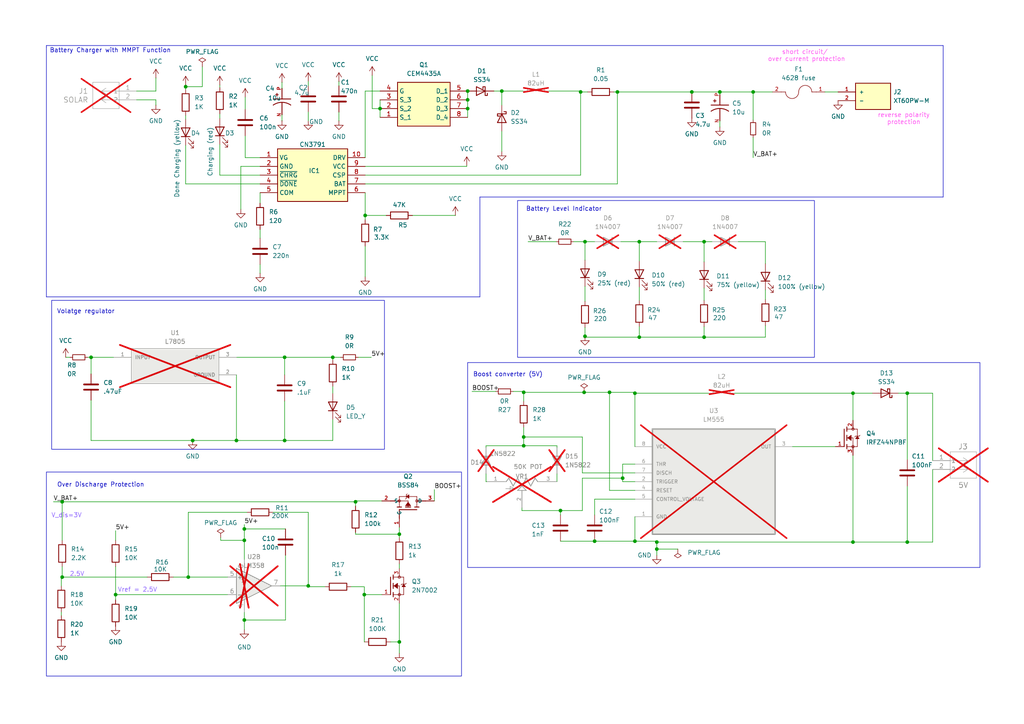
<source format=kicad_sch>
(kicad_sch (version 20231120) (generator "eeschema") (generator_version "8.0")
  (paper "A4")
  (title_block (title "Power Subsystem") (date "2024-05-12") (rev "V1.0") (company "University of Cape Town") (comment 1 "@Author Dylan Kuming"))
  (junction (at 103.124 145.542))
  (junction (at 168.402 26.67))
  (junction (at 247.396 114.046))
  (junction (at 82.55 103.632))
  (junction (at 70.866 153.416))
  (junction (at 135.636 31.496))
  (junction (at 135.636 26.416))
  (junction (at 68.58 127.762))
  (junction (at 185.42 97.79))
  (junction (at 185.42 70.104))
  (junction (at 53.848 25.146))
  (junction (at 115.824 154.94))
  (junction (at 135.636 28.956))
  (junction (at 105.918 62.484))
  (junction (at 263.144 157.226))
  (junction (at 184.15 114.046))
  (junction (at 179.07 26.67))
  (junction (at 82.55 127.762))
  (junction (at 110.236 31.496))
  (junction (at 169.672 70.104))
  (junction (at 180.594 138.684))
  (junction (at 169.418 113.792))
  (junction (at 115.824 186.182))
  (junction (at 105.664 172.466))
  (junction (at 162.56 148.082))
  (junction (at 263.144 114.046))
  (junction (at 151.892 113.792))
  (junction (at 145.542 26.416))
  (junction (at 208.788 26.67))
  (junction (at 89.408 169.926))
  (junction (at 55.88 127.762))
  (junction (at 169.672 97.536))
  (junction (at 18.034 167.386))
  (junction (at 18.034 145.542))
  (junction (at 218.44 26.67))
  (junction (at 247.396 157.226))
  (junction (at 96.52 103.632))
  (junction (at 151.892 129.286))
  (junction (at 204.216 70.104))
  (junction (at 176.784 113.792))
  (junction (at 190.5 157.226))
  (junction (at 70.866 179.832))
  (junction (at 70.866 156.718))
  (junction (at 184.15 156.972))
  (junction (at 190.5 159.258))
  (junction (at 26.416 103.632))
  (junction (at 151.892 126.746))
  (junction (at 54.61 167.386))
  (junction (at 200.66 26.67))
  (junction (at 172.466 156.972))
  (junction (at 204.216 97.79))
  (junction (at 33.528 172.466))
  (wire (pts (xy 185.42 70.104) (xy 190.5 70.104)))
  (wire (pts (xy 140.97 129.286) (xy 140.97 129.794)))
  (wire (pts (xy 53.848 25.146) (xy 53.848 25.908)))
  (wire (pts (xy 135.636 28.956) (xy 135.636 31.496)))
  (polyline (pts (xy 13.462 13.716) (xy 13.462 86.106)))
  (wire (pts (xy 105.918 62.484) (xy 105.918 63.754)))
  (wire (pts (xy 169.418 113.792) (xy 176.784 113.792)))
  (wire (pts (xy 178.054 26.67) (xy 179.07 26.67)))
  (wire (pts (xy 168.91 137.16) (xy 184.15 137.16)))
  (wire (pts (xy 185.42 97.79) (xy 204.216 97.79)))
  (wire (pts (xy 18.034 145.542) (xy 103.124 145.542)))
  (wire (pts (xy 185.42 70.104) (xy 185.42 75.692)))
  (wire (pts (xy 71.12 39.37) (xy 71.12 45.72)))
  (wire (pts (xy 204.216 70.104) (xy 206.502 70.104)))
  (wire (pts (xy 151.892 126.746) (xy 151.892 129.286)))
  (polyline (pts (xy 13.462 13.208) (xy 13.462 13.716)))
  (wire (pts (xy 18.034 167.386) (xy 42.672 167.386)))
  (wire (pts (xy 151.892 123.952) (xy 151.892 126.746)))
  (wire (pts (xy 263.144 114.046) (xy 263.144 133.35)))
  (wire (pts (xy 169.672 83.058) (xy 169.672 87.376)))
  (wire (pts (xy 18.034 156.718) (xy 18.034 145.542)))
  (wire (pts (xy 103.886 103.632) (xy 107.696 103.632)))
  (wire (pts (xy 161.544 129.286) (xy 161.544 129.794)))
  (wire (pts (xy 208.788 27.432) (xy 208.788 26.67)))
  (wire (pts (xy 26.416 116.078) (xy 26.416 127.762)))
  (wire (pts (xy 270.51 114.046) (xy 270.51 133.604)))
  (wire (pts (xy 169.672 70.104) (xy 169.672 75.438)))
  (wire (pts (xy 143.764 113.538) (xy 136.906 113.538)))
  (wire (pts (xy 69.85 48.26) (xy 75.438 48.26)))
  (wire (pts (xy 185.42 83.312) (xy 185.42 87.122)))
  (wire (pts (xy 247.396 157.226) (xy 263.144 157.226)))
  (wire (pts (xy 166.37 70.104) (xy 169.672 70.104)))
  (wire (pts (xy 105.918 50.8) (xy 168.402 50.8)))
  (wire (pts (xy 198.12 70.104) (xy 204.216 70.104)))
  (wire (pts (xy 82.55 127.762) (xy 96.52 127.762)))
  (polyline (pts (xy 13.462 86.106) (xy 139.192 86.106)))
  (wire (pts (xy 184.15 156.972) (xy 190.5 156.972)))
  (wire (pts (xy 185.42 97.79) (xy 169.672 97.79)))
  (wire (pts (xy 115.824 154.94) (xy 115.824 155.956)))
  (wire (pts (xy 71.12 31.75) (xy 71.12 28.194)))
  (wire (pts (xy 70.866 156.718) (xy 64.008 156.718)))
  (wire (pts (xy 110.236 28.956) (xy 110.236 31.496)))
  (wire (pts (xy 17.78 177.546) (xy 17.78 178.562)))
  (wire (pts (xy 45.212 22.606) (xy 45.212 26.416)))
  (wire (pts (xy 54.61 148.59) (xy 54.61 167.386)))
  (wire (pts (xy 172.466 156.972) (xy 162.56 156.972)))
  (wire (pts (xy 168.91 126.746) (xy 151.892 126.746)))
  (wire (pts (xy 75.438 58.928) (xy 75.438 55.88)))
  (wire (pts (xy 25.4 103.632) (xy 26.416 103.632)))
  (wire (pts (xy 162.56 148.082) (xy 162.56 149.352)))
  (wire (pts (xy 82.55 103.632) (xy 82.55 108.712)))
  (wire (pts (xy 168.402 26.416) (xy 168.402 26.67)))
  (wire (pts (xy 53.848 25.146) (xy 58.674 25.146)))
  (wire (pts (xy 70.866 177.546) (xy 70.866 179.832)))
  (wire (pts (xy 98.298 23.622) (xy 98.298 24.892)))
  (wire (pts (xy 17.78 167.386) (xy 18.034 167.386)))
  (wire (pts (xy 247.396 114.046) (xy 247.396 121.92)))
  (wire (pts (xy 153.162 70.104) (xy 161.29 70.104)))
  (wire (pts (xy 176.784 142.24) (xy 176.784 113.792)))
  (wire (pts (xy 33.528 153.924) (xy 33.528 156.718)))
  (wire (pts (xy 151.384 148.082) (xy 162.56 148.082)))
  (wire (pts (xy 105.918 48.26) (xy 135.382 48.26)))
  (wire (pts (xy 105.918 55.88) (xy 105.918 62.484)))
  (wire (pts (xy 229.87 129.54) (xy 242.316 129.54)))
  (wire (pts (xy 247.396 132.08) (xy 247.396 157.226)))
  (wire (pts (xy 39.624 28.956) (xy 45.212 28.956)))
  (wire (pts (xy 148.844 113.538) (xy 151.892 113.538)))
  (wire (pts (xy 55.88 127.762) (xy 26.416 127.762)))
  (wire (pts (xy 115.824 186.182) (xy 115.824 189.484)))
  (wire (pts (xy 98.298 32.512) (xy 98.298 35.052)))
  (wire (pts (xy 151.892 113.792) (xy 151.892 116.332)))
  (wire (pts (xy 169.418 113.792) (xy 151.892 113.792)))
  (wire (pts (xy 70.866 179.832) (xy 70.866 182.626)))
  (wire (pts (xy 135.636 31.496) (xy 135.636 34.036)))
  (wire (pts (xy 81.28 169.926) (xy 89.408 169.926)))
  (wire (pts (xy 33.528 172.466) (xy 66.04 172.466)))
  (wire (pts (xy 64.008 156.718) (xy 64.008 155.956)))
  (wire (pts (xy 218.44 26.67) (xy 224.028 26.67)))
  (wire (pts (xy 263.144 114.046) (xy 270.51 114.046)))
  (wire (pts (xy 55.88 127.762) (xy 68.58 127.762)))
  (wire (pts (xy 204.216 97.79) (xy 221.996 97.79)))
  (wire (pts (xy 179.07 26.67) (xy 200.66 26.67)))
  (wire (pts (xy 140.97 139.7) (xy 141.224 139.7)))
  (wire (pts (xy 70.866 153.416) (xy 82.804 153.416)))
  (wire (pts (xy 68.58 108.712) (xy 68.58 127.762)))
  (wire (pts (xy 115.824 175.006) (xy 115.824 186.182)))
  (wire (pts (xy 75.438 66.548) (xy 75.438 69.088)))
  (wire (pts (xy 169.672 94.996) (xy 169.672 97.536)))
  (polyline (pts (xy 273.558 57.15) (xy 273.558 13.208)))
  (wire (pts (xy 218.44 45.72) (xy 218.44 39.878)))
  (wire (pts (xy 179.07 26.67) (xy 179.07 53.34)))
  (wire (pts (xy 94.234 170.18) (xy 89.408 170.18)))
  (wire (pts (xy 180.594 134.62) (xy 184.15 134.62)))
  (wire (pts (xy 112.014 62.484) (xy 105.918 62.484)))
  (wire (pts (xy 172.466 156.972) (xy 184.15 156.972)))
  (wire (pts (xy 113.284 186.182) (xy 115.824 186.182)))
  (wire (pts (xy 270.51 136.144) (xy 270.51 157.226)))
  (wire (pts (xy 180.594 139.7) (xy 180.594 138.684)))
  (wire (pts (xy 145.542 38.1) (xy 145.542 43.942)))
  (wire (pts (xy 168.91 148.082) (xy 162.56 148.082)))
  (wire (pts (xy 79.248 148.59) (xy 89.408 148.59)))
  (wire (pts (xy 119.634 62.484) (xy 132.08 62.484)))
  (wire (pts (xy 184.15 139.7) (xy 180.594 139.7)))
  (polyline (pts (xy 139.192 86.106) (xy 139.192 57.15)))
  (wire (pts (xy 140.97 137.414) (xy 140.97 139.7)))
  (wire (pts (xy 75.438 53.34) (xy 53.848 53.34)))
  (wire (pts (xy 58.674 25.146) (xy 58.674 19.304)))
  (wire (pts (xy 53.848 42.164) (xy 53.848 53.34)))
  (wire (pts (xy 260.604 114.046) (xy 263.144 114.046)))
  (wire (pts (xy 145.542 26.416) (xy 151.638 26.416)))
  (wire (pts (xy 19.05 103.632) (xy 20.32 103.632)))
  (wire (pts (xy 159.258 26.416) (xy 168.402 26.416)))
  (wire (pts (xy 82.804 179.832) (xy 70.866 179.832)))
  (wire (pts (xy 68.58 127.762) (xy 82.55 127.762)))
  (wire (pts (xy 50.292 167.386) (xy 54.61 167.386)))
  (wire (pts (xy 190.5 157.226) (xy 190.5 156.972)))
  (wire (pts (xy 145.542 26.416) (xy 145.542 30.48)))
  (wire (pts (xy 89.408 148.59) (xy 89.408 169.926)))
  (wire (pts (xy 263.144 140.97) (xy 263.144 157.226)))
  (wire (pts (xy 82.55 116.332) (xy 82.55 127.762)))
  (wire (pts (xy 204.216 94.742) (xy 204.216 97.79)))
  (wire (pts (xy 53.848 24.638) (xy 53.848 25.146)))
  (wire (pts (xy 96.52 104.394) (xy 96.52 103.632)))
  (wire (pts (xy 214.122 70.104) (xy 221.996 70.104)))
  (wire (pts (xy 140.97 129.286) (xy 151.892 129.286)))
  (wire (pts (xy 151.892 113.538) (xy 151.892 113.792)))
  (wire (pts (xy 200.66 26.67) (xy 208.788 26.67)))
  (wire (pts (xy 110.744 172.466) (xy 105.664 172.466)))
  (wire (pts (xy 110.236 31.496) (xy 110.236 34.036)))
  (wire (pts (xy 68.58 103.632) (xy 82.55 103.632)))
  (wire (pts (xy 89.408 23.622) (xy 89.408 24.892)))
  (wire (pts (xy 184.15 144.78) (xy 172.466 144.78)))
  (wire (pts (xy 15.494 145.542) (xy 18.034 145.542)))
  (wire (pts (xy 184.15 114.046) (xy 205.486 114.046)))
  (wire (pts (xy 151.384 147.32) (xy 151.384 148.082)))
  (polyline (pts (xy 273.558 13.208) (xy 13.462 13.208)))
  (wire (pts (xy 184.15 113.792) (xy 184.15 114.046)))
  (wire (pts (xy 70.866 156.718) (xy 70.866 162.306)))
  (wire (pts (xy 169.672 97.536) (xy 169.672 97.79)))
  (wire (pts (xy 103.124 154.432) (xy 103.124 154.94)))
  (wire (pts (xy 103.124 145.542) (xy 103.124 146.812)))
  (wire (pts (xy 135.636 26.416) (xy 135.636 28.956)))
  (wire (pts (xy 105.918 26.416) (xy 110.236 26.416)))
  (wire (pts (xy 70.866 153.416) (xy 70.866 156.718)))
  (wire (pts (xy 168.91 138.684) (xy 168.91 148.082)))
  (wire (pts (xy 105.918 71.374) (xy 105.918 80.264)))
  (wire (pts (xy 89.408 32.512) (xy 89.408 35.052)))
  (polyline (pts (xy 139.192 57.15) (xy 273.558 57.15)))
  (wire (pts (xy 208.788 35.052) (xy 208.788 36.83)))
  (wire (pts (xy 184.15 114.046) (xy 184.15 129.54)))
  (wire (pts (xy 190.5 161.036) (xy 190.5 159.258)))
  (wire (pts (xy 103.124 154.94) (xy 115.824 154.94)))
  (wire (pts (xy 239.268 26.67) (xy 243.078 26.67)))
  (wire (pts (xy 96.52 112.014) (xy 96.52 114.046)))
  (wire (pts (xy 213.106 114.046) (xy 247.396 114.046)))
  (wire (pts (xy 204.216 70.104) (xy 204.216 75.946)))
  (wire (pts (xy 105.918 53.34) (xy 179.07 53.34)))
  (wire (pts (xy 221.996 84.074) (xy 221.996 86.868)))
  (wire (pts (xy 96.52 103.632) (xy 98.806 103.632)))
  (wire (pts (xy 218.44 34.798) (xy 218.44 26.67)))
  (wire (pts (xy 180.086 70.104) (xy 185.42 70.104)))
  (wire (pts (xy 103.124 145.288) (xy 103.124 145.542)))
  (wire (pts (xy 33.528 172.466) (xy 33.528 173.99)))
  (wire (pts (xy 33.528 164.338) (xy 33.528 172.466)))
  (wire (pts (xy 53.848 33.528) (xy 53.848 34.544)))
  (wire (pts (xy 96.52 121.666) (xy 96.52 127.762)))
  (wire (pts (xy 184.15 142.24) (xy 176.784 142.24)))
  (wire (pts (xy 71.12 45.72) (xy 75.438 45.72)))
  (wire (pts (xy 63.754 34.29) (xy 63.754 33.02)))
  (wire (pts (xy 190.5 159.258) (xy 196.596 159.258)))
  (wire (pts (xy 81.788 33.274) (xy 81.788 35.052)))
  (wire (pts (xy 247.396 114.046) (xy 252.984 114.046)))
  (wire (pts (xy 168.402 26.67) (xy 168.402 50.8)))
  (wire (pts (xy 115.824 152.908) (xy 115.824 154.94)))
  (wire (pts (xy 103.124 145.288) (xy 110.744 145.288)))
  (wire (pts (xy 107.95 31.496) (xy 110.236 31.496)))
  (wire (pts (xy 54.61 148.59) (xy 71.628 148.59)))
  (wire (pts (xy 105.918 45.72) (xy 105.918 26.416)))
  (wire (pts (xy 172.466 144.78) (xy 172.466 149.352)))
  (wire (pts (xy 143.256 26.416) (xy 145.542 26.416)))
  (wire (pts (xy 45.212 28.956) (xy 45.212 30.48)))
  (wire (pts (xy 63.754 50.8) (xy 63.754 41.91)))
  (wire (pts (xy 208.788 26.67) (xy 218.44 26.67)))
  (wire (pts (xy 63.754 24.638) (xy 63.754 25.4)))
  (wire (pts (xy 26.416 108.458) (xy 26.416 103.632)))
  (wire (pts (xy 221.996 94.488) (xy 221.996 97.79)))
  (wire (pts (xy 115.824 163.576) (xy 115.824 164.846)))
  (wire (pts (xy 81.788 23.876) (xy 81.788 25.654)))
  (wire (pts (xy 125.984 141.986) (xy 125.984 145.288)))
  (wire (pts (xy 190.5 159.258) (xy 190.5 157.226)))
  (wire (pts (xy 26.416 103.632) (xy 33.02 103.632)))
  (wire (pts (xy 168.402 26.67) (xy 170.434 26.67)))
  (wire (pts (xy 70.866 152.146) (xy 70.866 153.416)))
  (wire (pts (xy 18.034 164.338) (xy 18.034 167.386)))
  (wire (pts (xy 161.544 137.414) (xy 161.544 139.7)))
  (wire (pts (xy 105.664 172.466) (xy 105.664 186.182)))
  (wire (pts (xy 107.95 21.844) (xy 107.95 31.496)))
  (wire (pts (xy 54.61 167.386) (xy 66.04 167.386)))
  (wire (pts (xy 180.594 138.684) (xy 180.594 134.62)))
  (wire (pts (xy 82.55 103.632) (xy 96.52 103.632)))
  (wire (pts (xy 82.804 161.036) (xy 82.804 179.832)))
  (wire (pts (xy 185.42 94.742) (xy 185.42 97.79)))
  (wire (pts (xy 89.408 169.926) (xy 89.408 170.18)))
  (wire (pts (xy 105.664 170.18) (xy 105.664 172.466)))
  (wire (pts (xy 263.144 157.226) (xy 270.51 157.226)))
  (wire (pts (xy 184.15 149.86) (xy 184.15 156.972)))
  (wire (pts (xy 168.91 137.16) (xy 168.91 126.746)))
  (wire (pts (xy 101.854 170.18) (xy 105.664 170.18)))
  (wire (pts (xy 135.382 48.26) (xy 135.382 48.006)))
  (wire (pts (xy 168.91 138.684) (xy 180.594 138.684)))
  (wire (pts (xy 176.784 113.792) (xy 184.15 113.792)))
  (wire (pts (xy 190.5 157.226) (xy 247.396 157.226)))
  (wire (pts (xy 221.996 70.104) (xy 221.996 76.454)))
  (wire (pts (xy 204.216 83.566) (xy 204.216 87.122)))
  (wire (pts (xy 151.892 129.286) (xy 161.544 129.286)))
  (wire (pts (xy 17.78 167.386) (xy 17.78 169.926)))
  (wire (pts (xy 169.672 70.104) (xy 172.466 70.104)))
  (wire (pts (xy 39.624 26.416) (xy 45.212 26.416)))
  (wire (pts (xy 63.754 50.8) (xy 75.438 50.8)))
  (wire (pts (xy 75.438 76.708) (xy 75.438 79.248)))
  (wire (pts (xy 69.85 60.706) (xy 69.85 48.26)))
  (rectangle (start 14.986 87.122) (end 111.506 130.302))
  (rectangle (start 13.462 136.906) (end 133.858 196.088))
  (rectangle (start 150.114 58.166) (end 236.22 103.632))
  (rectangle (start 135.636 105.156) (end 284.226 164.592))
  (text "Over Discharge Protection\n" (at 29.21 140.716 0) (effects (font (size 1.27 1.27))))
  (text "Vref = 2.5V\n\n" (at 39.878 172.212 0) (effects (font (size 1.27 1.27))))
  (text "short circuit/ \nover current protection" (at 233.934 16.256 0) (effects (font (size 1.27 1.27))))
  (text "Boost converter (5V)\n" (at 147.32 108.712 0) (effects (font (size 1.27 1.27))))
  (text "V_dis=3V" (at 19.304 149.606 0) (effects (font (size 1.27 1.27))))
  (text "reverse polarity\nprotection" (at 262.128 34.544 0) (effects (font (size 1.27 1.27))))
  (text "Battery Level Indicator\n" (at 163.576 60.706 0) (effects (font (size 1.27 1.27))))
  (text "Volatge regulator\n" (at 24.892 90.424 0) (effects (font (size 1.27 1.27))))
  (text "2.5V\n" (at 22.352 166.624 0) (effects (font (size 1.27 1.27))))
  (text "Battery Charger with MMPT Function" (at 32.004 14.732 0) (effects (font (size 1.27 1.27))))
  (label "5V+" (at 107.696 103.632 0))
  (label "BOOST+" (at 136.906 113.538 0))
  (label "5V+" (at 33.528 153.924 0))
  (label "5V+" (at 70.866 152.146 0))
  (label "V_BAT+" (at 153.162 70.104 0))
  (label "BOOST+" (at 125.984 141.986 0))
  (label "V_BAT+" (at 218.44 45.72 0))
  (label "V_BAT+" (at 15.494 145.542 0))
  (symbol (lib_id "Device:L") (at 155.448 26.416 90) (unit 1) (dnp yes)
    (property "Reference" "L1" (at 155.448 21.59 90))
    (property "Value" "82uH" (at 155.448 24.13 90))
    (property "Footprint" "Resistor_THT:R_Axial_Power_L20.0mm_W6.4mm_P5.08mm_Vertical" (effects (hide yes)))
    (property "Description" "Inductor" (effects (hide yes)))
  )
  (symbol (lib_id "Diode:1N4001") (at 210.312 70.104 180) (unit 1) (dnp yes)
    (property "Reference" "D8" (at 210.312 63.246 0))
    (property "Value" "1N4007" (at 210.312 65.786 0))
    (property "Footprint" "Diode_THT:D_DO-41_SOD81_P10.16mm_Horizontal" (effects (hide yes)))
    (property "Datasheet" "http://www.vishay.com/docs/88503/1n4001.pdf" (effects (hide yes)))
    (property "Description" "50V 1A General Purpose Rectifier Diode, DO-41" (effects (hide yes)))
    (property "Sim.Device" "D" (effects (hide yes)))
    (property "Sim.Pins" "1=K 2=A" (effects (hide yes)))
  )
  (symbol (lib_id "Device:R_Small") (at 146.304 113.538 90) (mirror x) (unit 1)
    (property "Reference" "R27" (at 146.304 118.872 90))
    (property "Value" "0R" (at 146.304 116.332 90))
    (property "Footprint" "Resistor_SMD:R_0805_2012Metric" (effects (hide yes)))
    (property "Datasheet" "https://wmsc.lcsc.com/wmsc/upload/file/pdf/v2/lcsc/2304140030_YAGEO-RC0805JR-070RL_C96345.pdf" (effects (hide yes)))
    (property "Description" "Resistor, small symbol" (effects (hide yes)))
  )
  (symbol (lib_id "Device:R") (at 46.482 167.386 270) (unit 1)
    (property "Reference" "R16" (at 46.99 163.068 90))
    (property "Value" "10K" (at 46.482 165.1 90))
    (property "Footprint" "Resistor_SMD:R_0805_2012Metric" (effects (hide yes)))
    (property "Description" "Resistor" (effects (hide yes)))
  )
  (symbol (lib_id "Device:LED") (at 53.848 38.354 90) (unit 1)
    (property "Reference" "D4" (at 55.372 38.608 90) (effects (justify right)))
    (property "Value" "Done Charging (yellow)" (at 51.308 34.544 0) (effects (justify right)))
    (property "Footprint" "LED_SMD:LED_0603_1608Metric" (effects (hide yes)))
    (property "Datasheet" "https://wmsc.lcsc.com/wmsc/upload/file/pdf/v2/lcsc/2306200923_Wurth-Elektronik-150060VS75000_C6848499.pdf" (effects (hide yes)))
    (property "Description" "Light emitting diode" (effects (hide yes)))
  )
  (symbol (lib_id "power:PWR_FLAG") (at 64.008 155.956 0) (unit 1)
    (property "Reference" "#FLG04" (effects (hide yes)))
    (property "Value" "PWR_FLAG" (at 64.008 151.638 0))
    (property "Description" "Special symbol for telling ERC where power comes from" (effects (hide yes)))
  )
  (symbol (lib_id "Diode:SS34") (at 256.794 114.046 180) (unit 1)
    (property "Reference" "D13" (at 257.1115 108.204 0))
    (property "Value" "SS34" (at 257.1115 110.744 0))
    (property "Footprint" "Diode_SMD:D_SMA" (effects (hide yes)))
    (property "Datasheet" "https://www.vishay.com/docs/88751/ss32.pdf" (effects (hide yes)))
    (property "Description" "40V 3A Schottky Diode, SMA" (effects (hide yes)))
  )
  (symbol (lib_id "power:GND") (at 33.528 181.61 0) (unit 1)
    (property "Reference" "#PWR023" (effects (hide yes)))
    (property "Value" "GND" (at 33.528 186.182 0))
    (property "Description" "Power symbol creates a global label with name \"GND\" , ground" (effects (hide yes)))
  )
  (symbol (lib_id "Device:R") (at 17.78 173.736 0) (unit 1)
    (property "Reference" "R18" (at 20.32 172.4659 0) (effects (justify left)))
    (property "Value" "10K" (at 20.32 175.0059 0) (effects (justify left)))
    (property "Footprint" "Resistor_SMD:R_0805_2012Metric" (effects (hide yes)))
    (property "Description" "Resistor" (effects (hide yes)))
  )
  (symbol (lib_id "Diode:1N4001") (at 140.97 133.604 270) (unit 1) (dnp yes)
    (property "Reference" "D14" (at 136.398 134.112 90) (effects (justify left)))
    (property "Value" "1N5822" (at 141.986 131.572 90) (effects (justify left)))
    (property "Footprint" "Diode_THT:D_DO-41_SOD81_P10.16mm_Horizontal" (effects (hide yes)))
    (property "Datasheet" "http://www.vishay.com/docs/88503/1n4001.pdf" (effects (hide yes)))
    (property "Description" "50V 1A General Purpose Rectifier Diode, DO-41" (effects (hide yes)))
    (property "Sim.Device" "D" (effects (hide yes)))
    (property "Sim.Pins" "1=K 2=A" (effects (hide yes)))
  )
  (symbol (lib_id "power:GND") (at 200.66 34.29 0) (unit 1)
    (property "Reference" "#PWR010" (effects (hide yes)))
    (property "Value" "GND" (at 200.66 38.862 0))
    (property "Description" "Power symbol creates a global label with name \"GND\" , ground" (effects (hide yes)))
  )
  (symbol (lib_id "Device:R") (at 115.824 159.766 0) (unit 1)
    (property "Reference" "R13" (at 118.364 158.4959 0) (effects (justify left)))
    (property "Value" "1k" (at 118.364 161.0359 0) (effects (justify left)))
    (property "Footprint" "Resistor_SMD:R_0805_2012Metric" (effects (hide yes)))
    (property "Description" "Resistor" (effects (hide yes)))
  )
  (symbol (lib_id "power:GND") (at 105.918 80.264 0) (unit 1)
    (property "Reference" "#PWR020" (effects (hide yes)))
    (property "Value" "GND" (at 105.918 84.836 0))
    (property "Description" "Power symbol creates a global label with name \"GND\" , ground" (effects (hide yes)))
  )
  (symbol (lib_id "power:GND") (at 169.672 97.536 0) (unit 1)
    (property "Reference" "#PWR027" (effects (hide yes)))
    (property "Value" "GND" (at 169.672 102.108 0))
    (property "Description" "Power symbol creates a global label with name \"GND\" , ground" (effects (hide yes)))
  )
  (symbol (lib_id "Device:R") (at 75.438 62.738 0) (unit 1)
    (property "Reference" "R6" (at 77.978 61.4679 0) (effects (justify left)))
    (property "Value" "120" (at 77.978 64.0079 0) (effects (justify left)))
    (property "Footprint" "Resistor_SMD:R_0805_2012Metric" (effects (hide yes)))
    (property "Description" "Resistor" (effects (hide yes)))
  )
  (symbol (lib_id "XT60PW-M:XT60PW-M") (at 253.238 29.21 0) (unit 1)
    (property "Reference" "J2" (at 259.08 26.6699 0) (effects (justify left)))
    (property "Value" "XT60PW-M" (at 259.08 29.2099 0) (effects (justify left)))
    (property "Footprint" "XT60PW-M:AMASS_XT60PW-M" (effects (hide yes)))
    (property "MF" "AMASS" (effects (hide yes)))
    (property "MAXIMUM_PACKAGE_HEIGHT" "8.4 mm" (effects (hide yes)))
    (property "Package" "Package" (effects (hide yes)))
    (property "Price" "None" (effects (hide yes)))
    (property "Check_prices" "https://www.snapeda.com/parts/XT60PW-M/AMASS/view-part/?ref=eda" (effects (hide yes)))
    (property "STANDARD" "Manufacturer recommendations" (effects (hide yes)))
    (property "PARTREV" "V1.2" (effects (hide yes)))
    (property "SnapEDA_Link" "https://www.snapeda.com/parts/XT60PW-M/AMASS/view-part/?ref=snap" (effects (hide yes)))
    (property "MP" "XT60PW-M" (effects (hide yes)))
    (property "Description_1" "\nSocket, DC supply, male, PIN: 2\n" (effects (hide yes)))
    (property "Availability" "Not in stock" (effects (hide yes)))
    (property "MANUFACTURER" "AMASS" (effects (hide yes)))
  )
  (symbol (lib_id "Device:C") (at 71.12 35.56 0) (unit 1)
    (property "Reference" "C6" (at 75.184 34.2899 0) (effects (justify left)))
    (property "Value" "100n" (at 75.184 36.8299 0) (effects (justify left)))
    (property "Footprint" "Capacitor_SMD:C_0805_2012Metric" (effects (hide yes)))
    (property "Description" "Unpolarized capacitor" (effects (hide yes)))
  )
  (symbol (lib_id "power:VCC") (at 107.95 21.844 0) (unit 1)
    (property "Reference" "#PWR03" (effects (hide yes)))
    (property "Value" "VCC" (at 107.95 17.018 0))
    (property "Description" "Power symbol creates a global label with name \"VCC\"" (effects (hide yes)))
  )
  (symbol (lib_id "Device:R") (at 105.918 67.564 0) (unit 1)
    (property "Reference" "R7" (at 108.204 66.548 0) (effects (justify left)))
    (property "Value" "3.3K" (at 108.458 68.8339 0) (effects (justify left)))
    (property "Footprint" "Resistor_SMD:R_0805_2012Metric" (effects (hide yes)))
    (property "Description" "Resistor" (effects (hide yes)))
  )
  (symbol (lib_id "Amplifier_Operational:LM358") (at 73.66 169.926 0) (unit 2) (dnp yes)
    (property "Reference" "U2" (at 73.66 161.4932 0))
    (property "Value" "LM358" (at 73.66 164.0332 0))
    (property "Footprint" "LM358NG:DIP794W45P254L1016H508Q8" (effects (hide yes)))
    (property "Datasheet" "https://wmsc.lcsc.com/wmsc/upload/file/pdf/v2/lcsc/1809192040_Texas-Instruments-LM358PWR_C7951.pdf" (effects (hide yes)))
  )
  (symbol (lib_id "UUD1H100MCL1GS:UUD1H100MCL1GS") (at 208.788 32.512 270) (unit 1)
    (property "Reference" "C5" (at 212.344 29.9719 90) (effects (justify left)))
    (property "Value" "10u" (at 212.344 32.5119 90) (effects (justify left)))
    (property "Footprint" "UUD1H100MCL1GS:CAPAE660X610N" (effects (hide yes)))
    (property "Datasheet" "https://wmsc.lcsc.com/wmsc/upload/file/pdf/v2/lcsc/2304140030_Nichicon-UUD1H100MCL1GS_C308830.pdf" (effects (hide yes)))
    (property "MF" "Nichicon" (effects (hide yes)))
    (property "SNAPEDA_PACKAGE_ID" "105159" (effects (hide yes)))
    (property "MAXIMUM_PACKAGE_HEIGHT" "6.1 mm" (effects (hide yes)))
    (property "Price" "None" (effects (hide yes)))
    (property "Package" "RADIAL-2 Nichicon" (effects (hide yes)))
    (property "Check_prices" "https://www.snapeda.com/parts/UUD1H100MCL1GS/Nichicon/view-part/?ref=eda" (effects (hide yes)))
    (property "STANDARD" "IPC 7351B" (effects (hide yes)))
    (property "PARTREV" "CAT.8100K" (effects (hide yes)))
    (property "SnapEDA_Link" "https://www.snapeda.com/parts/UUD1H100MCL1GS/Nichicon/view-part/?ref=snap" (effects (hide yes)))
    (property "MP" "UUD1H100MCL1GS" (effects (hide yes)))
    (property "Description_1" "\nAluminum Electrolytic Capacitors - SMD, Low Impediance, 50volts 10uF | Nichicon UUD1H100MCL1GS\n" (effects (hide yes)))
    (property "SNAPEDA_PN" "UUD1H100MCL1GS" (effects (hide yes)))
    (property "Availability" "In Stock" (effects (hide yes)))
    (property "MANUFACTURER" "Nichicon" (effects (hide yes)))
  )
  (symbol (lib_id "Device:C") (at 172.466 153.162 0) (unit 1)
    (property "Reference" "C12" (at 173.736 148.336 0) (effects (justify left)))
    (property "Value" "100nF" (at 173.736 150.876 0) (effects (justify left)))
    (property "Footprint" "Capacitor_SMD:C_0805_2012Metric" (effects (hide yes)))
    (property "Description" "Unpolarized capacitor" (effects (hide yes)))
  )
  (symbol (lib_id "Device:R") (at 17.78 182.372 0) (unit 1)
    (property "Reference" "R20" (at 20.32 181.1019 0) (effects (justify left)))
    (property "Value" "1K" (at 20.32 183.6419 0) (effects (justify left)))
    (property "Footprint" "Resistor_SMD:R_0805_2012Metric" (effects (hide yes)))
    (property "Description" "Resistor" (effects (hide yes)))
  )
  (symbol (lib_id "Device:R") (at 151.892 120.142 0) (unit 1)
    (property "Reference" "R28" (at 154.432 118.8719 0) (effects (justify left)))
    (property "Value" "1K" (at 154.432 121.4119 0) (effects (justify left)))
    (property "Footprint" "Resistor_SMD:R_0805_2012Metric" (effects (hide yes)))
    (property "Description" "Resistor" (effects (hide yes)))
  )
  (symbol (lib_id "Device:LED") (at 204.216 79.756 90) (unit 1)
    (property "Reference" "D11" (at 207.772 80.0734 90) (effects (justify right)))
    (property "Value" "75% (yellow)" (at 207.772 82.6134 90) (effects (justify right)))
    (property "Footprint" "LED_SMD:LED_0603_1608Metric" (effects (hide yes)))
    (property "Datasheet" "https://wmsc.lcsc.com/wmsc/upload/file/pdf/v2/lcsc/1810231512_Lite-On-LTST-C191KSKT_C125100.pdf" (effects (hide yes)))
    (property "Description" "Light emitting diode" (effects (hide yes)))
  )
  (symbol (lib_id "power:VCC") (at 53.848 24.638 0) (unit 1)
    (property "Reference" "#PWR02" (effects (hide yes)))
    (property "Value" "VCC" (at 53.848 19.812 0))
    (property "Description" "Power symbol creates a global label with name \"VCC\"" (effects (hide yes)))
  )
  (symbol (lib_id "Diode:SS34") (at 145.542 34.29 270) (unit 1)
    (property "Reference" "D2" (at 148.082 32.7024 90) (effects (justify left)))
    (property "Value" "SS34" (at 148.082 35.2424 90) (effects (justify left)))
    (property "Footprint" "Diode_SMD:D_SMA" (effects (hide yes)))
    (property "Datasheet" "https://www.vishay.com/docs/88751/ss32.pdf" (effects (hide yes)))
    (property "Description" "40V 3A Schottky Diode, SMA" (effects (hide yes)))
  )
  (symbol (lib_id "Device:R") (at 33.528 160.528 0) (unit 1)
    (property "Reference" "R15" (at 36.068 159.2579 0) (effects (justify left)))
    (property "Value" "10K" (at 36.068 161.7979 0) (effects (justify left)))
    (property "Footprint" "Resistor_SMD:R_0805_2012Metric" (effects (hide yes)))
    (property "Description" "Resistor" (effects (hide yes)))
  )
  (symbol (lib_id "power:GND") (at 55.88 127.762 0) (unit 1)
    (property "Reference" "#PWR022" (effects (hide yes)))
    (property "Value" "GND" (at 55.88 132.334 0))
    (property "Description" "Power symbol creates a global label with name \"GND\" , ground" (effects (hide yes)))
  )
  (symbol (lib_id "Device:C") (at 89.408 28.702 0) (unit 1)
    (property "Reference" "C2" (at 86.614 25.4 0) (effects (justify left)))
    (property "Value" "4.7u" (at 85.344 26.924 0) (effects (justify left)))
    (property "Footprint" "Capacitor_SMD:C_0805_2012Metric" (effects (hide yes)))
    (property "Description" "Unpolarized capacitor" (effects (hide yes)))
  )
  (symbol (lib_id "Device:C") (at 263.144 137.16 0) (unit 1)
    (property "Reference" "C11" (at 264.414 132.334 0) (effects (justify left)))
    (property "Value" "100nF" (at 264.414 134.874 0) (effects (justify left)))
    (property "Footprint" "Capacitor_SMD:C_0805_2012Metric" (effects (hide yes)))
    (property "Description" "Unpolarized capacitor" (effects (hide yes)))
  )
  (symbol (lib_id "Device:R") (at 115.824 62.484 270) (unit 1)
    (property "Reference" "R5" (at 116.84 65.278 90))
    (property "Value" "47K" (at 115.824 59.436 90))
    (property "Footprint" "Resistor_SMD:R_0805_2012Metric" (effects (hide yes)))
    (property "Description" "Resistor" (effects (hide yes)))
  )
  (symbol (lib_id "power:VCC") (at 132.08 62.484 0) (unit 1)
    (property "Reference" "#PWR018" (effects (hide yes)))
    (property "Value" "VCC" (at 132.08 57.658 0))
    (property "Description" "Power symbol creates a global label with name \"VCC\"" (effects (hide yes)))
  )
  (symbol (lib_id "Device:L") (at 209.296 114.046 90) (unit 1) (dnp yes)
    (property "Reference" "L2" (at 209.296 109.22 90))
    (property "Value" "82uH" (at 209.296 111.76 90))
    (property "Footprint" "Resistor_THT:R_Axial_Power_L20.0mm_W6.4mm_P5.08mm_Vertical" (effects (hide yes)))
    (property "Description" "Inductor" (effects (hide yes)))
  )
  (symbol (lib_id "Device:LED") (at 185.42 79.502 90) (unit 1)
    (property "Reference" "D10" (at 188.976 79.8194 90) (effects (justify right)))
    (property "Value" "50% (red)" (at 188.976 82.3594 90) (effects (justify right)))
    (property "Footprint" "LED_SMD:LED_0603_1608Metric" (effects (hide yes)))
    (property "Datasheet" "https://wmsc.lcsc.com/wmsc/upload/file/pdf/v2/lcsc/2305191757_Kingbright-KP-1608SURCK_C5875718.pdf" (effects (hide yes)))
    (property "Description" "Light emitting diode" (effects (hide yes)))
  )
  (symbol (lib_id "Device:C") (at 98.298 28.702 0) (unit 1)
    (property "Reference" "C1" (at 98.806 23.876 0) (effects (justify left)))
    (property "Value" "470n" (at 98.806 26.416 0) (effects (justify left)))
    (property "Footprint" "Capacitor_SMD:C_0805_2012Metric" (effects (hide yes)))
    (property "Description" "Unpolarized capacitor" (effects (hide yes)))
  )
  (symbol (lib_id "power:VCC") (at 89.408 23.622 0) (unit 1)
    (property "Reference" "#PWR06" (effects (hide yes)))
    (property "Value" "VCC" (at 89.408 18.796 0))
    (property "Description" "Power symbol creates a global label with name \"VCC\"" (effects (hide yes)))
  )
  (symbol (lib_id "power:VCC") (at 71.12 28.194 0) (unit 1)
    (property "Reference" "#PWR07" (effects (hide yes)))
    (property "Value" "VCC" (at 71.12 23.368 0))
    (property "Description" "Power symbol creates a global label with name \"VCC\"" (effects (hide yes)))
  )
  (symbol (lib_id "Diode:SS34") (at 139.446 26.416 180) (unit 1)
    (property "Reference" "D1" (at 139.7635 20.574 0))
    (property "Value" "SS34" (at 139.7635 23.114 0))
    (property "Footprint" "Diode_SMD:D_SMA" (effects (hide yes)))
    (property "Datasheet" "https://www.vishay.com/docs/88751/ss32.pdf" (effects (hide yes)))
    (property "Description" "40V 3A Schottky Diode, SMA" (effects (hide yes)))
  )
  (symbol (lib_id "Device:C") (at 200.66 30.48 0) (unit 1)
    (property "Reference" "C3" (at 201.676 33.528 0) (effects (justify left)))
    (property "Value" "4.7u" (at 201.676 36.068 0) (effects (justify left)))
    (property "Footprint" "Capacitor_SMD:C_0805_2012Metric" (effects (hide yes)))
    (property "Description" "Unpolarized capacitor" (effects (hide yes)))
  )
  (symbol (lib_id "3362P-1-503LF:3362P-1-503LF") (at 151.384 139.7 0) (unit 1) (dnp yes)
    (property "Reference" "VR1" (at 151.384 138.176 0))
    (property "Value" "50K POT" (at 153.162 135.382 0))
    (property "Footprint" "3362P-1-503LF:TRIM_3362P-1-503LF" (effects (hide yes)))
    (property "MF" "Bourns" (effects (hide yes)))
    (property "Description_1" "\n1/4 Sq, Thru-Hole, TRIMMER, 50 Kilohms, Cermet, Single Turn | Bourns 3362P-1-503LF\n" (effects (hide yes)))
    (property "Package" "3362P-1 Bourns Inc." (effects (hide yes)))
    (property "Price" "None" (effects (hide yes)))
    (property "STANDARD" "Manufacturer Recommendation" (effects (hide yes)))
    (property "PARTREV" "08/26/10" (effects (hide yes)))
    (property "SnapEDA_Link" "https://www.snapeda.com/parts/3362P-1-503LF/Bourns+-+J.W.+Miller/view-part/?ref=snap" (effects (hide yes)))
    (property "MP" "3362P-1-503LF" (effects (hide yes)))
    (property "Purchase-URL" "https://www.snapeda.com/api/url_track_click_mouser/?unipart_id=55774&manufacturer=Bourns&part_name=3362P-1-503LF&search_term=3362p-1-503lf" (effects (hide yes)))
    (property "Availability" "Not in stock" (effects (hide yes)))
    (property "Check_prices" "https://www.snapeda.com/parts/3362P-1-503LF/Bourns+-+J.W.+Miller/view-part/?ref=eda" (effects (hide yes)))
  )
  (symbol (lib_id "Device:R_Small") (at 22.86 103.632 90) (unit 1)
    (property "Reference" "R8" (at 20.828 105.918 90))
    (property "Value" "0R" (at 20.828 108.458 90))
    (property "Footprint" "Resistor_SMD:R_0805_2012Metric" (effects (hide yes)))
    (property "Datasheet" "https://wmsc.lcsc.com/wmsc/upload/file/pdf/v2/lcsc/2304140030_YAGEO-RC0805JR-070RL_C96345.pdf" (effects (hide yes)))
    (property "Description" "Resistor, small symbol" (effects (hide yes)))
  )
  (symbol (lib_id "2024-04-03_11-37-08:DG128-5.0-02P-14-00AH") (at 270.51 133.604 0) (unit 1) (dnp yes)
    (property "Reference" "J3" (at 277.876 129.54 0) (effects (font (size 1.524 1.524)) (justify left)))
    (property "Value" "5V" (at 277.876 140.716 0) (effects (font (size 1.524 1.524)) (justify left)))
    (property "Footprint" "terminal_footprints:CONN_DG128_DEG" (effects (hide yes)))
    (property "Datasheet" "DG128-5.0-02P-14-00AH" (effects (hide yes)))
  )
  (symbol (lib_id "Device:R") (at 33.528 177.8 0) (unit 1)
    (property "Reference" "R19" (at 36.068 176.5299 0) (effects (justify left)))
    (property "Value" "10K" (at 36.068 179.0699 0) (effects (justify left)))
    (property "Footprint" "Resistor_SMD:R_0805_2012Metric" (effects (hide yes)))
    (property "Description" "Resistor" (effects (hide yes)))
  )
  (symbol (lib_id "Device:R") (at 221.996 90.678 0) (unit 1)
    (property "Reference" "R23" (at 224.282 89.662 0) (effects (justify left)))
    (property "Value" "47" (at 224.536 91.9479 0) (effects (justify left)))
    (property "Footprint" "Resistor_SMD:R_0805_2012Metric" (effects (hide yes)))
    (property "Description" "Resistor" (effects (hide yes)))
  )
  (symbol (lib_id "Device:R") (at 98.044 170.18 270) (unit 1)
    (property "Reference" "R17" (at 98.044 163.83 90))
    (property "Value" "1k" (at 98.044 166.37 90))
    (property "Footprint" "Resistor_SMD:R_0805_2012Metric" (effects (hide yes)))
    (property "Description" "Resistor" (effects (hide yes)))
  )
  (symbol (lib_id "power:PWR_FLAG") (at 169.418 113.792 0) (unit 1)
    (property "Reference" "#FLG03" (effects (hide yes)))
    (property "Value" "PWR_FLAG" (at 169.418 109.474 0))
    (property "Description" "Special symbol for telling ERC where power comes from" (effects (hide yes)))
  )
  (symbol (lib_id "power:GND") (at 75.438 79.248 0) (unit 1)
    (property "Reference" "#PWR019" (effects (hide yes)))
    (property "Value" "GND" (at 75.438 83.82 0))
    (property "Description" "Power symbol creates a global label with name \"GND\" , ground" (effects (hide yes)))
  )
  (symbol (lib_id "Device:R") (at 204.216 90.932 0) (unit 1)
    (property "Reference" "R25" (at 206.502 89.916 0) (effects (justify left)))
    (property "Value" "220" (at 206.756 92.2019 0) (effects (justify left)))
    (property "Footprint" "Resistor_SMD:R_0805_2012Metric" (effects (hide yes)))
    (property "Description" "Resistor" (effects (hide yes)))
  )
  (symbol (lib_id "Device:LED") (at 96.52 117.856 90) (unit 1)
    (property "Reference" "D5" (at 100.33 118.1734 90) (effects (justify right)))
    (property "Value" "LED_Y" (at 100.33 120.7134 90) (effects (justify right)))
    (property "Footprint" "LED_SMD:LED_0603_1608Metric" (effects (hide yes)))
    (property "Datasheet" "https://wmsc.lcsc.com/wmsc/upload/file/pdf/v2/lcsc/2306200923_Wurth-Elektronik-150060VS75000_C6848499.pdf" (effects (hide yes)))
    (property "Description" "Light emitting diode" (effects (hide yes)))
  )
  (symbol (lib_id "power:GND") (at 17.78 186.182 0) (unit 1)
    (property "Reference" "#PWR025" (effects (hide yes)))
    (property "Value" "GND" (at 17.78 190.754 0))
    (property "Description" "Power symbol creates a global label with name \"GND\" , ground" (effects (hide yes)))
  )
  (symbol (lib_id "power:GND") (at 243.078 29.21 0) (unit 1)
    (property "Reference" "#PWR08" (effects (hide yes)))
    (property "Value" "GND" (at 243.078 33.782 0))
    (property "Description" "Power symbol creates a global label with name \"GND\" , ground" (effects (hide yes)))
  )
  (symbol (lib_id "power:VCC") (at 63.754 24.638 0) (unit 1)
    (property "Reference" "#PWR029" (effects (hide yes)))
    (property "Value" "VCC" (at 63.754 19.812 0))
    (property "Description" "Power symbol creates a global label with name \"VCC\"" (effects (hide yes)))
  )
  (symbol (lib_id "Device:R") (at 75.438 148.59 270) (unit 1)
    (property "Reference" "R11" (at 81.788 147.32 90))
    (property "Value" "200K" (at 81.28 149.606 90))
    (property "Footprint" "Resistor_SMD:R_0805_2012Metric" (effects (hide yes)))
    (property "Description" "Resistor" (effects (hide yes)))
  )
  (symbol (lib_name "CN3791_1") (lib_id "CN3791:CN3791") (at 75.438 45.72 0) (unit 1)
    (property "Reference" "IC1" (at 91.186 49.53 0))
    (property "Value" "CN3791" (at 90.678 41.91 0))
    (property "Footprint" "THESE:SOP100P600X175-10N" (effects (hide yes)))
    (property "Datasheet" "http://www.consonance-elec.com/pdf/datasheet/DSE-CN3791.pdf" (effects (hide yes)))
    (property "Description" "ic" (effects (hide yes)))
    (property "Height" "1.75" (effects (hide yes)))
    (property "Manufacturer_Name" "Consonance" (effects (hide yes)))
    (property "Manufacturer_Part_Number" "CN3791" (effects (hide yes)))
  )
  (symbol (lib_id "IRFZ44NPBF:IRFZ44NPBF") (at 244.856 127 0) (unit 1)
    (property "Reference" "Q4" (at 251.206 125.7299 0) (effects (justify left)))
    (property "Value" "IRFZ44NPBF" (at 251.206 128.2699 0) (effects (justify left)))
    (property "Footprint" "IRFZ44NPBF:TO254P1016X419X2286-3" (effects (hide yes)))
    (property "MF" "Infineon" (effects (hide yes)))
    (property "MAXIMUM_PACKAGE_HEIGHT" "22.86 mm" (effects (hide yes)))
    (property "Package" "TO-220-3 Infineon" (effects (hide yes)))
    (property "Price" "None" (effects (hide yes)))
    (property "Check_prices" "https://www.snapeda.com/parts/IRFZ44NPBF/Infineon+Technologies/view-part/?ref=eda" (effects (hide yes)))
    (property "STANDARD" "IPC 7351B" (effects (hide yes)))
    (property "PARTREV" "09/21/10" (effects (hide yes)))
    (property "SnapEDA_Link" "https://www.snapeda.com/parts/IRFZ44NPBF/Infineon+Technologies/view-part/?ref=snap" (effects (hide yes)))
    (property "MP" "IRFZ44NPBF" (effects (hide yes)))
    (property "Purchase-URL" "https://www.snapeda.com/api/url_track_click_mouser/?unipart_id=1662576&manufacturer=Infineon&part_name=IRFZ44NPBF&search_term=irfz44npbf" (effects (hide yes)))
    (property "Description_1" "\nMOSFET, Power,N-Ch,VDSS 55V,RDS(ON) 17.5 Milliohms,ID 49A,TO-220AB,PD 94W,-55C | Infineon IRFZ44NPBF\n" (effects (hide yes)))
    (property "MANUFACTURER" "Infineon" (effects (hide yes)))
    (property "Availability" "In Stock" (effects (hide yes)))
    (property "SNAPEDA_PN" "IRFZ44NPBF" (effects (hide yes)))
  )
  (symbol (lib_id "power:GND") (at 70.866 182.626 0) (unit 1)
    (property "Reference" "#PWR024" (effects (hide yes)))
    (property "Value" "GND" (at 70.866 187.706 0))
  )
  (symbol (lib_id "4628:4628") (at 231.648 26.67 0) (mirror y) (unit 1)
    (property "Reference" "F1" (at 231.648 20.066 0))
    (property "Value" "4628 fuse" (at 231.648 22.606 0))
    (property "Footprint" "4628:FUSE_4628" (effects (hide yes)))
    (property "MF" "Keystone" (effects (hide yes)))
    (property "MAXIMUM_PACKAGE_HEIGHT" "11.99mm" (effects (hide yes)))
    (property "Package" "None" (effects (hide yes)))
    (property "Price" "None" (effects (hide yes)))
    (property "Check_prices" "https://www.snapeda.com/parts/4628/Keystone/view-part/?ref=eda" (effects (hide yes)))
    (property "STANDARD" "Manufacturer Recommendation" (effects (hide yes)))
    (property "SnapEDA_Link" "https://www.snapeda.com/parts/4628/Keystone/view-part/?ref=snap" (effects (hide yes)))
    (property "MP" "4628" (effects (hide yes)))
    (property "Description_1" "\n5mm Slim Line Fuse holder\n" (effects (hide yes)))
    (property "MANUFACTURER" "Keystone" (effects (hide yes)))
    (property "Availability" "In Stock" (effects (hide yes)))
    (property "SNAPEDA_PN" "4628" (effects (hide yes)))
  )
  (symbol (lib_id "2024-04-03_11-37-08:DG128-5.0-02P-14-00AH") (at 39.624 26.416 0) (mirror y) (unit 1) (dnp yes)
    (property "Reference" "J1" (at 25.654 26.4159 0) (effects (font (size 1.524 1.524)) (justify left)))
    (property "Value" "SOLAR" (at 25.654 28.9559 0) (effects (font (size 1.524 1.524)) (justify left)))
    (property "Footprint" "terminal_footprints:CONN_DG128_DEG" (effects (hide yes)))
    (property "Datasheet" "DG128-5.0-02P-14-00AH" (effects (hide yes)))
  )
  (symbol (lib_id "power:GND") (at 115.824 189.484 0) (unit 1)
    (property "Reference" "#PWR026" (effects (hide yes)))
    (property "Value" "GND" (at 115.824 194.056 0))
    (property "Description" "Power symbol creates a global label with name \"GND\" , ground" (effects (hide yes)))
  )
  (symbol (lib_id "power:GND") (at 69.85 60.706 0) (unit 1)
    (property "Reference" "#PWR017" (effects (hide yes)))
    (property "Value" "GND" (at 69.85 65.278 0))
    (property "Description" "Power symbol creates a global label with name \"GND\" , ground" (effects (hide yes)))
  )
  (symbol (lib_id "power:GND") (at 145.542 43.942 0) (unit 1)
    (property "Reference" "#PWR015" (effects (hide yes)))
    (property "Value" "GND" (at 145.542 48.514 0))
    (property "Description" "Power symbol creates a global label with name \"GND\" , ground" (effects (hide yes)))
  )
  (symbol (lib_id "Device:R") (at 103.124 150.622 0) (unit 1)
    (property "Reference" "R12" (at 105.664 149.3519 0) (effects (justify left)))
    (property "Value" "100k" (at 105.664 151.8919 0) (effects (justify left)))
    (property "Footprint" "Resistor_SMD:R_0805_2012Metric" (effects (hide yes)))
    (property "Description" "Resistor" (effects (hide yes)))
  )
  (symbol (lib_id "Device:LED") (at 169.672 79.248 90) (unit 1)
    (property "Reference" "D9" (at 173.228 79.5654 90) (effects (justify right)))
    (property "Value" "25% (red)" (at 173.228 82.1054 90) (effects (justify right)))
    (property "Footprint" "LED_SMD:LED_0603_1608Metric" (effects (hide yes)))
    (property "Datasheet" "https://wmsc.lcsc.com/wmsc/upload/file/pdf/v2/lcsc/2305191757_Kingbright-KP-1608SURCK_C5875718.pdf" (effects (hide yes)))
    (property "Description" "Light emitting diode" (effects (hide yes)))
  )
  (symbol (lib_id "power:GND") (at 89.408 35.052 0) (unit 1)
    (property "Reference" "#PWR013" (effects (hide yes)))
    (property "Value" "GND" (at 91.694 35.306 0))
    (property "Description" "Power symbol creates a global label with name \"GND\" , ground" (effects (hide yes)))
  )
  (symbol (lib_id "power:PWR_FLAG") (at 58.674 19.304 0) (unit 1)
    (property "Reference" "#FLG01" (effects (hide yes)))
    (property "Value" "PWR_FLAG" (at 58.674 14.986 0))
    (property "Description" "Special symbol for telling ERC where power comes from" (effects (hide yes)))
  )
  (symbol (lib_id "power:VCC") (at 98.298 23.622 0) (unit 1)
    (property "Reference" "#PWR05" (effects (hide yes)))
    (property "Value" "VCC" (at 98.298 18.796 0))
    (property "Description" "Power symbol creates a global label with name \"VCC\"" (effects (hide yes)))
  )
  (symbol (lib_id "power:GND") (at 190.5 161.036 0) (unit 1)
    (property "Reference" "#PWR028" (effects (hide yes)))
    (property "Value" "GND" (at 186.944 161.036 0))
    (property "Description" "Power symbol creates a global label with name \"GND\" , ground" (effects (hide yes)))
  )
  (symbol (lib_id "Diode:1N4001") (at 161.544 133.604 90) (unit 1) (dnp yes)
    (property "Reference" "D15" (at 163.83 132.3339 90) (effects (justify right)))
    (property "Value" "1N5822" (at 163.83 134.8739 90) (effects (justify right)))
    (property "Footprint" "Diode_THT:D_DO-41_SOD81_P10.16mm_Horizontal" (effects (hide yes)))
    (property "Datasheet" "http://www.vishay.com/docs/88503/1n4001.pdf" (effects (hide yes)))
    (property "Description" "50V 1A General Purpose Rectifier Diode, DO-41" (effects (hide yes)))
    (property "Sim.Device" "D" (effects (hide yes)))
    (property "Sim.Pins" "1=K 2=A" (effects (hide yes)))
  )
  (symbol (lib_id "Device:R") (at 185.42 90.932 0) (unit 1)
    (property "Reference" "R24" (at 187.706 89.916 0) (effects (justify left)))
    (property "Value" "47" (at 187.96 92.2019 0) (effects (justify left)))
    (property "Footprint" "Resistor_SMD:R_0805_2012Metric" (effects (hide yes)))
    (property "Description" "Resistor" (effects (hide yes)))
  )
  (symbol (lib_id "Device:R_Small") (at 218.44 37.338 0) (unit 1)
    (property "Reference" "R4" (at 220.98 36.0679 0) (effects (justify left)))
    (property "Value" "0R" (at 220.98 38.6079 0) (effects (justify left)))
    (property "Footprint" "Resistor_SMD:R_0805_2012Metric" (effects (hide yes)))
    (property "Datasheet" "https://wmsc.lcsc.com/wmsc/upload/file/pdf/v2/lcsc/2304140030_YAGEO-RC0805JR-070RL_C96345.pdf" (effects (hide yes)))
    (property "Description" "Resistor, small symbol" (effects (hide yes)))
  )
  (symbol (lib_id "power:PWR_FLAG") (at 196.596 159.258 180) (unit 1)
    (property "Reference" "#FLG02" (effects (hide yes)))
    (property "Value" "PWR_FLAG" (at 204.216 160.274 0))
    (property "Description" "Special symbol for telling ERC where power comes from" (effects (hide yes)))
  )
  (symbol (lib_id "Device:R") (at 53.848 29.718 0) (unit 1)
    (property "Reference" "R3" (at 56.388 28.4479 0) (effects (justify left)))
    (property "Value" "1K" (at 56.388 30.9879 0) (effects (justify left)))
    (property "Footprint" "Resistor_SMD:R_0805_2012Metric" (effects (hide yes)))
    (property "Description" "Resistor" (effects (hide yes)))
  )
  (symbol (lib_id "newCEM4435A:CEM4435A") (at 110.236 34.036 0) (mirror x) (unit 1)
    (property "Reference" "Q1" (at 122.936 18.796 0))
    (property "Value" "CEM4435A" (at 122.936 21.336 0))
    (property "Footprint" "this:SOIC127P600X175-8N" (effects (hide yes)))
    (property "Datasheet" "https://datasheet.lcsc.com/szlcsc/2007231307_VBsemi-Elec-CEM4435A_C709930.pdf" (effects (hide yes)))
    (property "Description" "30V 8A 2.5W 20m 10V,8A 3V 250uA P Channel SOIC-8_150mil MOSFETs" (effects (hide yes)))
    (property "Height" "1.75" (effects (hide yes)))
    (property "Manufacturer_Name" "VBsemi Elec" (effects (hide yes)))
    (property "Manufacturer_Part_Number" "CEM4435A" (effects (hide yes)))
  )
  (symbol (lib_id "Device:C") (at 82.804 157.226 0) (unit 1)
    (property "Reference" "C10" (at 75.946 156.21 0) (effects (justify left)))
    (property "Value" "100n" (at 75.946 158.75 0) (effects (justify left)))
    (property "Footprint" "Capacitor_SMD:C_0805_2012Metric" (effects (hide yes)))
    (property "Description" "Unpolarized capacitor" (effects (hide yes)))
  )
  (symbol (lib_id "Device:R") (at 109.474 186.182 270) (unit 1)
    (property "Reference" "R21" (at 109.474 179.832 90))
    (property "Value" "100K" (at 109.474 182.372 90))
    (property "Footprint" "Resistor_SMD:R_0805_2012Metric" (effects (hide yes)))
    (property "Description" "Resistor" (effects (hide yes)))
  )
  (symbol (lib_id "2N7002:2N7002") (at 113.284 169.926 0) (unit 1)
    (property "Reference" "Q3" (at 119.38 168.6559 0) (effects (justify left)))
    (property "Value" "2N7002" (at 119.38 171.1959 0) (effects (justify left)))
    (property "Footprint" "2N7002:SOT95P240X111-3N" (effects (hide yes)))
    (property "Datasheet" "https://wmsc.lcsc.com/wmsc/upload/file/pdf/v2/lcsc/2210271630_ElecSuper-2N7002_C5224215.pdf" (effects (hide yes)))
    (property "MF" "NTE Electronics, Inc" (effects (hide yes)))
    (property "MAXIMUM_PACKAGE_HEIGHT" "1.11 mm" (effects (hide yes)))
    (property "Package" "TO-236-3 NTE Electronics, Inc." (effects (hide yes)))
    (property "Price" "None" (effects (hide yes)))
    (property "Check_prices" "https://www.snapeda.com/parts/2N7002/NTE+Electronics/view-part/?ref=eda" (effects (hide yes)))
    (property "STANDARD" "IPC 7351B" (effects (hide yes)))
    (property "PARTREV" "4" (effects (hide yes)))
    (property "SnapEDA_Link" "https://www.snapeda.com/parts/2N7002/NTE+Electronics/view-part/?ref=snap" (effects (hide yes)))
    (property "MP" "2N7002" (effects (hide yes)))
    (property "Description_1" "\nN-Channel 60 V 115mA (Ta) 200mW (Ta) Surface Mount SOT-23-3\n" (effects (hide yes)))
    (property "Availability" "In Stock" (effects (hide yes)))
    (property "MANUFACTURER" "ON Semiconductor" (effects (hide yes)))
  )
  (symbol (lib_id "Diode:1N4001") (at 176.276 70.104 180) (unit 1) (dnp yes)
    (property "Reference" "D6" (at 176.276 63.246 0))
    (property "Value" "1N4007" (at 176.276 65.786 0))
    (property "Footprint" "Diode_THT:D_DO-41_SOD81_P10.16mm_Horizontal" (effects (hide yes)))
    (property "Datasheet" "http://www.vishay.com/docs/88503/1n4001.pdf" (effects (hide yes)))
    (property "Description" "50V 1A General Purpose Rectifier Diode, DO-41" (effects (hide yes)))
    (property "Sim.Device" "D" (effects (hide yes)))
    (property "Sim.Pins" "1=K 2=A" (effects (hide yes)))
  )
  (symbol (lib_id "BSS84:BSS84") (at 118.364 147.828 270) (mirror x) (unit 1)
    (property "Reference" "Q2" (at 118.364 138.176 90))
    (property "Value" "BSS84" (at 118.364 140.716 90))
    (property "Footprint" "BSS84:SOT95P240X120-3N" (effects (hide yes)))
    (property "Datasheet" "https://wmsc.lcsc.com/wmsc/upload/file/pdf/v2/lcsc/2112101630_AnBon-BSS84_C193020.pdf" (effects (hide yes)))
    (property "MF" "ON Semiconductor" (effects (hide yes)))
    (property "Description_1" "\nP-Channel 50 V 130mA (Ta) 225mW (Ta) Surface Mount SOT-23-3 (TO-236)\n" (effects (hide yes)))
    (property "Package" "SOT-23 Diodes Inc." (effects (hide yes)))
    (property "Price" "None" (effects (hide yes)))
    (property "Check_prices" "https://www.snapeda.com/parts/BSS84/Onsemi/view-part/?ref=eda" (effects (hide yes)))
    (property "SnapEDA_Link" "https://www.snapeda.com/parts/BSS84/Onsemi/view-part/?ref=snap" (effects (hide yes)))
    (property "MP" "BSS84" (effects (hide yes)))
    (property "Availability" "In Stock" (effects (hide yes)))
    (property "MANUFACTURER" "Fairchild Semiconductor" (effects (hide yes)))
  )
  (symbol (lib_id "Device:R") (at 63.754 29.21 0) (unit 1)
    (property "Reference" "R2" (at 66.294 27.9399 0) (effects (justify left)))
    (property "Value" "1K" (at 66.294 30.4799 0) (effects (justify left)))
    (property "Footprint" "Resistor_SMD:R_0805_2012Metric" (effects (hide yes)))
    (property "Description" "Resistor" (effects (hide yes)))
  )
  (symbol (lib_id "power:VCC") (at 19.05 103.632 0) (unit 1)
    (property "Reference" "#PWR021" (effects (hide yes)))
    (property "Value" "VCC" (at 19.05 98.806 0))
    (property "Description" "Power symbol creates a global label with name \"VCC\"" (effects (hide yes)))
  )
  (symbol (lib_id "power:VCC") (at 81.788 23.876 0) (unit 1)
    (property "Reference" "#PWR04" (effects (hide yes)))
    (property "Value" "VCC" (at 81.788 19.05 0))
    (property "Description" "Power symbol creates a global label with name \"VCC\"" (effects (hide yes)))
  )
  (symbol (lib_id "Device:R") (at 96.52 108.204 0) (unit 1)
    (property "Reference" "R10" (at 99.06 106.9339 0) (effects (justify left)))
    (property "Value" "1K" (at 99.06 109.4739 0) (effects (justify left)))
    (property "Footprint" "Resistor_SMD:R_0805_2012Metric" (effects (hide yes)))
    (property "Description" "Resistor" (effects (hide yes)))
  )
  (symbol (lib_id "power:GND") (at 98.298 35.052 0) (unit 1)
    (property "Reference" "#PWR012" (effects (hide yes)))
    (property "Value" "GND" (at 98.298 39.624 0))
    (property "Description" "Power symbol creates a global label with name \"GND\" , ground" (effects (hide yes)))
  )
  (symbol (lib_id "Device:R") (at 174.244 26.67 270) (unit 1)
    (property "Reference" "R1" (at 174.244 20.32 90))
    (property "Value" "0.05" (at 174.244 22.86 90))
    (property "Footprint" "Resistor_SMD:R_1210_3225Metric" (effects (hide yes)))
    (property "Description" "Resistor" (effects (hide yes)))
  )
  (symbol (lib_id "Diode:1N4001") (at 194.31 70.104 180) (unit 1) (dnp yes)
    (property "Reference" "D7" (at 194.31 63.246 0))
    (property "Value" "1N4007" (at 194.31 65.786 0))
    (property "Footprint" "Diode_THT:D_DO-41_SOD81_P10.16mm_Horizontal" (effects (hide yes)))
    (property "Datasheet" "http://www.vishay.com/docs/88503/1n4001.pdf" (effects (hide yes)))
    (property "Description" "50V 1A General Purpose Rectifier Diode, DO-41" (effects (hide yes)))
    (property "Sim.Device" "D" (effects (hide yes)))
    (property "Sim.Pins" "1=K 2=A" (effects (hide yes)))
  )
  (symbol (lib_id "L7805CV:L7805CV") (at 50.8 106.172 0) (unit 1) (dnp yes)
    (property "Reference" "U1" (at 50.8 96.52 0))
    (property "Value" "L7805" (at 50.8 99.06 0))
    (property "Footprint" "L7805CV:TO255P1040X460X1968-3" (effects (hide yes)))
    (property "MF" "STMicroelectronics" (effects (hide yes)))
    (property "Description_1" "\nLinear Voltage Regulator IC Positive Fixed 1 Output 1.5A TO-220\n" (effects (hide yes)))
    (property "Package" "TO-220-3 STMicroelectronics" (effects (hide yes)))
    (property "Price" "None" (effects (hide yes)))
    (property "Check_prices" "https://www.snapeda.com/parts/L7805C-V/STMicroelectronics/view-part/?ref=eda" (effects (hide yes)))
    (property "STANDARD" "IPC-7351B" (effects (hide yes)))
    (property "PARTREV" "36" (effects (hide yes)))
    (property "SnapEDA_Link" "https://www.snapeda.com/parts/L7805C-V/STMicroelectronics/view-part/?ref=snap" (effects (hide yes)))
    (property "MP" "L7805C-V" (effects (hide yes)))
    (property "Availability" "In Stock" (effects (hide yes)))
    (property "MANUFACTURER" "STMicroelectronics" (effects (hide yes)))
  )
  (symbol (lib_id "Device:LED") (at 221.996 80.264 90) (unit 1)
    (property "Reference" "D12" (at 225.552 80.5814 90) (effects (justify right)))
    (property "Value" "100% (yellow)" (at 225.552 83.1214 90) (effects (justify right)))
    (property "Footprint" "LED_SMD:LED_0603_1608Metric" (effects (hide yes)))
    (property "Datasheet" "https://wmsc.lcsc.com/wmsc/upload/file/pdf/v2/lcsc/2306200923_Wurth-Elektronik-150060VS75000_C6848499.pdf" (effects (hide yes)))
    (property "Description" "Light emitting diode" (effects (hide yes)))
  )
  (symbol (lib_id "power:VCC") (at 135.382 48.006 0) (unit 1)
    (property "Reference" "#PWR016" (effects (hide yes)))
    (property "Value" "VCC" (at 135.382 43.18 0))
    (property "Description" "Power symbol creates a global label with name \"VCC\"" (effects (hide yes)))
  )
  (symbol (lib_id "Device:C") (at 75.438 72.898 0) (unit 1)
    (property "Reference" "C7" (at 78.994 71.6279 0) (effects (justify left)))
    (property "Value" "220n" (at 78.994 74.1679 0) (effects (justify left)))
    (property "Footprint" "Capacitor_SMD:C_0805_2012Metric" (effects (hide yes)))
    (property "Description" "Unpolarized capacitor" (effects (hide yes)))
  )
  (symbol (lib_id "Device:C") (at 26.416 112.268 0) (unit 1)
    (property "Reference" "C8" (at 29.972 110.9979 0) (effects (justify left)))
    (property "Value" ".47uF" (at 29.972 113.5379 0) (effects (justify left)))
    (property "Footprint" "Capacitor_SMD:C_0805_2012Metric" (effects (hide yes)))
    (property "Description" "Unpolarized capacitor" (effects (hide yes)))
  )
  (symbol (lib_id "LM555CN:LM555CN") (at 207.01 137.16 0) (unit 1) (dnp yes)
    (property "Reference" "U3" (at 207.01 119.126 0))
    (property "Value" "LM555" (at 207.01 121.666 0))
    (property "Footprint" "LM555CN:DIP254P762X533-8" (effects (hide yes)))
    (property "MF" "ON Semiconductor" (effects (hide yes)))
    (property "Description_1" "\n555 Type, Timer/Oscillator (Single) IC - 8-DIP\n" (effects (hide yes)))
    (property "PACKAGE" "DIP-8" (effects (hide yes)))
    (property "MPN" "LM555CN" (effects (hide yes)))
    (property "Price" "None" (effects (hide yes)))
    (property "Package" "PDIP-8 ON Semiconductor" (effects (hide yes)))
    (property "OC_FARNELL" "9488235" (effects (hide yes)))
    (property "SnapEDA_Link" "https://www.snapeda.com/parts/LM555CN/Onsemi/view-part/?ref=snap" (effects (hide yes)))
    (property "MP" "LM555CN" (effects (hide yes)))
    (property "SUPPLIER" "FAIRCHILD SEMICONDUCTOR" (effects (hide yes)))
    (property "OC_NEWARK" "58K8943" (effects (hide yes)))
    (property "Availability" "In Stock" (effects (hide yes)))
    (property "Check_prices" "https://www.snapeda.com/parts/LM555CN/Onsemi/view-part/?ref=eda" (effects (hide yes)))
  )
  (symbol (lib_id "power:GND") (at 81.788 35.052 0) (unit 1)
    (property "Reference" "#PWR011" (effects (hide yes)))
    (property "Value" "GND" (at 81.788 39.624 0))
    (property "Description" "Power symbol creates a global label with name \"GND\" , ground" (effects (hide yes)))
  )
  (symbol (lib_id "Device:LED") (at 63.754 38.1 90) (unit 1)
    (property "Reference" "D3" (at 65.278 38.608 90) (effects (justify right)))
    (property "Value" "Charging (red)" (at 60.96 36.83 0) (effects (justify right)))
    (property "Footprint" "LED_SMD:LED_0603_1608Metric" (effects (hide yes)))
    (property "Datasheet" "https://wmsc.lcsc.com/wmsc/upload/file/pdf/v2/lcsc/2305191757_Kingbright-KP-1608SURCK_C5875718.pdf" (effects (hide yes)))
    (property "Description" "Light emitting diode" (effects (hide yes)))
  )
  (symbol (lib_id "power:VCC") (at 45.212 22.606 0) (unit 1)
    (property "Reference" "#PWR01" (effects (hide yes)))
    (property "Value" "VCC" (at 45.212 17.78 0))
    (property "Description" "Power symbol creates a global label with name \"VCC\"" (effects (hide yes)))
  )
  (symbol (lib_id "Device:R_Small") (at 163.83 70.104 90) (unit 1)
    (property "Reference" "R22" (at 163.83 65.024 90))
    (property "Value" "0R" (at 163.83 67.564 90))
    (property "Footprint" "Resistor_SMD:R_0805_2012Metric" (effects (hide yes)))
    (property "Datasheet" "https://wmsc.lcsc.com/wmsc/upload/file/pdf/v2/lcsc/2304140030_YAGEO-RC0805JR-070RL_C96345.pdf" (effects (hide yes)))
    (property "Description" "Resistor, small symbol" (effects (hide yes)))
  )
  (symbol (lib_id "Device:C") (at 162.56 153.162 0) (unit 1)
    (property "Reference" "C13" (at 154.178 152.4 0) (effects (justify left)))
    (property "Value" "1nF" (at 154.178 154.94 0) (effects (justify left)))
    (property "Footprint" "Capacitor_SMD:C_0805_2012Metric" (effects (hide yes)))
    (property "Description" "Unpolarized capacitor" (effects (hide yes)))
  )
  (symbol (lib_id "Device:C") (at 82.55 112.522 0) (unit 1)
    (property "Reference" "C9" (at 86.106 111.2519 0) (effects (justify left)))
    (property "Value" ".1uF" (at 86.106 113.7919 0) (effects (justify left)))
    (property "Footprint" "Capacitor_SMD:C_0805_2012Metric" (effects (hide yes)))
    (property "Description" "Unpolarized capacitor" (effects (hide yes)))
  )
  (symbol (lib_id "Amplifier_Operational:LM358") (at 73.406 169.926 0) (unit 3) (dnp yes)
    (property "Reference" "U2" (effects (hide yes)))
    (property "Value" "LM358" (effects (hide yes)))
    (property "Footprint" "LM358NG:DIP794W45P254L1016H508Q8" (effects (hide yes)))
    (property "Datasheet" "https://wmsc.lcsc.com/wmsc/upload/file/pdf/v2/lcsc/1809192040_Texas-Instruments-LM358PWR_C7951.pdf" (effects (hide yes)))
  )
  (symbol (lib_id "Device:R") (at 18.034 160.528 0) (unit 1)
    (property "Reference" "R14" (at 20.574 159.2579 0) (effects (justify left)))
    (property "Value" "2.2K" (at 20.574 161.7979 0) (effects (justify left)))
    (property "Footprint" "Resistor_SMD:R_0805_2012Metric" (effects (hide yes)))
    (property "Description" "Resistor" (effects (hide yes)))
  )
  (symbol (lib_id "power:GND") (at 208.788 36.83 0) (unit 1)
    (property "Reference" "#PWR014" (effects (hide yes)))
    (property "Value" "GND" (at 208.788 41.402 0))
    (property "Description" "Power symbol creates a global label with name \"GND\" , ground" (effects (hide yes)))
  )
  (symbol (lib_id "power:GND") (at 45.212 30.48 0) (unit 1)
    (property "Reference" "#PWR09" (effects (hide yes)))
    (property "Value" "GND" (at 45.212 35.052 0))
    (property "Description" "Power symbol creates a global label with name \"GND\" , ground" (effects (hide yes)))
  )
  (symbol (lib_id "Device:R_Small") (at 101.346 103.632 90) (unit 1)
    (property "Reference" "R9" (at 101.346 97.79 90))
    (property "Value" "0R" (at 101.346 100.33 90))
    (property "Footprint" "Resistor_SMD:R_0805_2012Metric" (effects (hide yes)))
    (property "Datasheet" "https://wmsc.lcsc.com/wmsc/upload/file/pdf/v2/lcsc/2304140030_YAGEO-RC0805JR-070RL_C96345.pdf" (effects (hide yes)))
    (property "Description" "Resistor, small symbol" (effects (hide yes)))
  )
  (symbol (lib_id "Device:R") (at 169.672 91.186 0) (unit 1)
    (property "Reference" "R26" (at 171.958 90.17 0) (effects (justify left)))
    (property "Value" "220" (at 172.212 92.4559 0) (effects (justify left)))
    (property "Footprint" "Resistor_SMD:R_0805_2012Metric" (effects (hide yes)))
    (property "Description" "Resistor" (effects (hide yes)))
  )
  (symbol (lib_id "UUD1H100MCL1GS:UUD1H100MCL1GS") (at 81.788 30.734 270) (unit 1)
    (property "Reference" "C4" (at 76.962 25.654 90) (effects (justify left)))
    (property "Value" "10u" (at 77.724 28.448 90) (effects (justify left)))
    (property "Footprint" "UUD1H100MCL1GS:CAPAE660X610N" (effects (hide yes)))
    (property "Datasheet" "https://wmsc.lcsc.com/wmsc/upload/file/pdf/v2/lcsc/2304140030_Nichicon-UUD1H100MCL1GS_C308830.pdf" (effects (hide yes)))
    (property "MF" "Nichicon" (effects (hide yes)))
    (property "SNAPEDA_PACKAGE_ID" "105159" (effects (hide yes)))
    (property "MAXIMUM_PACKAGE_HEIGHT" "6.1 mm" (effects (hide yes)))
    (property "Price" "None" (effects (hide yes)))
    (property "Package" "RADIAL-2 Nichicon" (effects (hide yes)))
    (property "Check_prices" "https://www.snapeda.com/parts/UUD1H100MCL1GS/Nichicon/view-part/?ref=eda" (effects (hide yes)))
    (property "STANDARD" "IPC 7351B" (effects (hide yes)))
    (property "PARTREV" "CAT.8100K" (effects (hide yes)))
    (property "SnapEDA_Link" "https://www.snapeda.com/parts/UUD1H100MCL1GS/Nichicon/view-part/?ref=snap" (effects (hide yes)))
    (property "MP" "UUD1H100MCL1GS" (effects (hide yes)))
    (property "Description_1" "\nAluminum Electrolytic Capacitors - SMD, Low Impediance, 50volts 10uF | Nichicon UUD1H100MCL1GS\n" (effects (hide yes)))
    (property "SNAPEDA_PN" "UUD1H100MCL1GS" (effects (hide yes)))
    (property "Availability" "In Stock" (effects (hide yes)))
    (property "MANUFACTURER" "Nichicon" (effects (hide yes)))
  )
)
</source>
